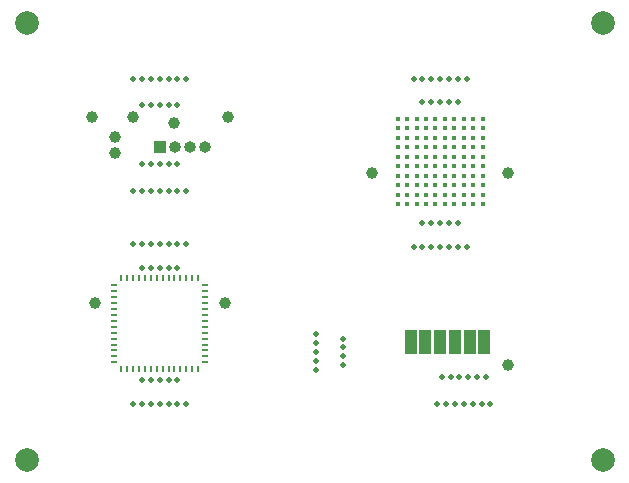
<source format=gbr>
G04 #@! TF.GenerationSoftware,KiCad,Pcbnew,(5.1.5)-3*
G04 #@! TF.CreationDate,2020-07-07T20:54:15-07:00*
G04 #@! TF.ProjectId,Miniscope-V4-Ephys-System,4d696e69-7363-46f7-9065-2d56342d4570,rev?*
G04 #@! TF.SameCoordinates,Original*
G04 #@! TF.FileFunction,Soldermask,Bot*
G04 #@! TF.FilePolarity,Negative*
%FSLAX46Y46*%
G04 Gerber Fmt 4.6, Leading zero omitted, Abs format (unit mm)*
G04 Created by KiCad (PCBNEW (5.1.5)-3) date 2020-07-07 20:54:15*
%MOMM*%
%LPD*%
G04 APERTURE LIST*
%ADD10O,1.000000X1.000000*%
%ADD11R,1.000000X1.000000*%
%ADD12C,1.000000*%
%ADD13C,0.500000*%
%ADD14C,2.000000*%
%ADD15R,1.000000X2.000000*%
%ADD16C,0.370000*%
%ADD17R,0.610000X0.260000*%
%ADD18R,0.260000X0.610000*%
G04 APERTURE END LIST*
D10*
X115060000Y-115500000D03*
X113790000Y-115500000D03*
X112520000Y-115500000D03*
D11*
X111250000Y-115500000D03*
D12*
X112500000Y-113500000D03*
X109000000Y-113000000D03*
D13*
X112750000Y-119250000D03*
X112000000Y-119250000D03*
X109000000Y-119250000D03*
X113500000Y-119250000D03*
X111250000Y-119250000D03*
X110500000Y-119250000D03*
X109750000Y-119250000D03*
X109750000Y-117000000D03*
X113500000Y-109750000D03*
X110500000Y-117000000D03*
X112000000Y-117000000D03*
X112750000Y-117000000D03*
X111250000Y-117000000D03*
X109750000Y-109750000D03*
X112750000Y-112000000D03*
X110500000Y-112000000D03*
X112750000Y-109750000D03*
X111250000Y-109750000D03*
X112000000Y-109750000D03*
X112000000Y-112000000D03*
X110500000Y-109750000D03*
X109750000Y-112000000D03*
X111250000Y-112000000D03*
X109000000Y-109750000D03*
D12*
X105500000Y-113000000D03*
X117000000Y-113000000D03*
X107500000Y-114717400D03*
X107500000Y-116000000D03*
D14*
X100000000Y-142000000D03*
X100000000Y-105000000D03*
X148750000Y-105000000D03*
X148750000Y-142000000D03*
D13*
X138875000Y-135000000D03*
X139250000Y-137250000D03*
X134750000Y-137250000D03*
X137375000Y-135000000D03*
X136250000Y-137250000D03*
X135125000Y-135000000D03*
X138125000Y-135000000D03*
X137750000Y-137250000D03*
X138500000Y-137250000D03*
X137000000Y-137250000D03*
X136625000Y-135000000D03*
X135875000Y-135000000D03*
X135500000Y-137250000D03*
X124500000Y-131375000D03*
X124500000Y-134375000D03*
X126750000Y-131750000D03*
X113500000Y-137250000D03*
X109000000Y-137250000D03*
X109000000Y-123750000D03*
X113500000Y-123750000D03*
X132750000Y-109750000D03*
X137250000Y-109750000D03*
X137250000Y-124000000D03*
X132750000Y-124000000D03*
X124500000Y-132875000D03*
X126750000Y-132500000D03*
X124500000Y-133625000D03*
X126750000Y-134000000D03*
X126750000Y-133250000D03*
X124500000Y-132125000D03*
X135750000Y-122000000D03*
X134250000Y-124000000D03*
X133500000Y-122000000D03*
X136500000Y-122000000D03*
X135750000Y-124000000D03*
X136500000Y-124000000D03*
X135000000Y-124000000D03*
X135000000Y-122000000D03*
X134250000Y-122000000D03*
X133500000Y-124000000D03*
X134250000Y-111750000D03*
X135750000Y-109750000D03*
X136500000Y-111750000D03*
X133500000Y-111750000D03*
X134250000Y-109750000D03*
X133500000Y-109750000D03*
X135000000Y-109750000D03*
X135000000Y-111750000D03*
X135750000Y-111750000D03*
X136500000Y-109750000D03*
X110500000Y-123750000D03*
X109750000Y-123750000D03*
X112000000Y-123750000D03*
X112750000Y-123750000D03*
X111250000Y-123750000D03*
X110500000Y-125750000D03*
X109750000Y-125750000D03*
X112000000Y-125750000D03*
X112750000Y-125750000D03*
X111250000Y-125750000D03*
X110500000Y-137250000D03*
X109750000Y-137250000D03*
X112000000Y-137250000D03*
X112750000Y-137250000D03*
X111250000Y-137250000D03*
X112750000Y-135250000D03*
X112000000Y-135250000D03*
X111250000Y-135250000D03*
X110500000Y-135250000D03*
X109750000Y-135250000D03*
D12*
X140750000Y-134000000D03*
X105750000Y-128750000D03*
X116750000Y-128750000D03*
X140750000Y-117750000D03*
X129250000Y-117750000D03*
D15*
X132500000Y-132015800D03*
X137500000Y-132015800D03*
X135000000Y-132015800D03*
X133750000Y-132015800D03*
X136250000Y-132015800D03*
X138750000Y-132015800D03*
D16*
X131400000Y-120350000D03*
X132200000Y-120350000D03*
X133000000Y-120350000D03*
X133800000Y-120350000D03*
X134600000Y-120350000D03*
X135400000Y-120350000D03*
X136200000Y-120350000D03*
X137000000Y-120350000D03*
X137800000Y-120350000D03*
X138600000Y-120350000D03*
X131400000Y-119550000D03*
X132200000Y-119550000D03*
X133000000Y-119550000D03*
X133800000Y-119550000D03*
X134600000Y-119550000D03*
X135400000Y-119550000D03*
X136200000Y-119550000D03*
X137000000Y-119550000D03*
X137800000Y-119550000D03*
X138600000Y-119550000D03*
X131400000Y-118750000D03*
X132200000Y-118750000D03*
X133000000Y-118750000D03*
X133800000Y-118750000D03*
X134600000Y-118750000D03*
X135400000Y-118750000D03*
X136200000Y-118750000D03*
X137000000Y-118750000D03*
X137800000Y-118750000D03*
X138600000Y-118750000D03*
X131400000Y-117950000D03*
X132200000Y-117950000D03*
X133000000Y-117950000D03*
X133800000Y-117950000D03*
X134600000Y-117950000D03*
X135400000Y-117950000D03*
X136200000Y-117950000D03*
X137000000Y-117950000D03*
X137800000Y-117950000D03*
X138600000Y-117950000D03*
X131400000Y-117150000D03*
X132200000Y-117150000D03*
X133000000Y-117150000D03*
X133800000Y-117150000D03*
X134600000Y-117150000D03*
X135400000Y-117150000D03*
X136200000Y-117150000D03*
X137000000Y-117150000D03*
X137800000Y-117150000D03*
X138600000Y-117150000D03*
X131400000Y-116350000D03*
X132200000Y-116350000D03*
X133000000Y-116350000D03*
X133800000Y-116350000D03*
X134600000Y-116350000D03*
X135400000Y-116350000D03*
X136200000Y-116350000D03*
X137000000Y-116350000D03*
X137800000Y-116350000D03*
X138600000Y-116350000D03*
X131400000Y-115550000D03*
X132200000Y-115550000D03*
X133000000Y-115550000D03*
X133800000Y-115550000D03*
X134600000Y-115550000D03*
X135400000Y-115550000D03*
X136200000Y-115550000D03*
X137000000Y-115550000D03*
X137800000Y-115550000D03*
X138600000Y-115550000D03*
X131400000Y-114750000D03*
X132200000Y-114750000D03*
X133000000Y-114750000D03*
X133800000Y-114750000D03*
X134600000Y-114750000D03*
X135400000Y-114750000D03*
X136200000Y-114750000D03*
X137000000Y-114750000D03*
X137800000Y-114750000D03*
X138600000Y-114750000D03*
X131400000Y-113950000D03*
X132200000Y-113950000D03*
X133000000Y-113950000D03*
X133800000Y-113950000D03*
X134600000Y-113950000D03*
X135400000Y-113950000D03*
X136200000Y-113950000D03*
X137000000Y-113950000D03*
X137800000Y-113950000D03*
X138600000Y-113950000D03*
X131400000Y-113150000D03*
X132200000Y-113150000D03*
X133000000Y-113150000D03*
X133800000Y-113150000D03*
X134600000Y-113150000D03*
X135400000Y-113150000D03*
X136200000Y-113150000D03*
X137000000Y-113150000D03*
X137800000Y-113150000D03*
X138600000Y-113150000D03*
D17*
X115100000Y-127250000D03*
X115100000Y-127750000D03*
X115100000Y-128250000D03*
X115100000Y-128750000D03*
X115100000Y-129250000D03*
X115100000Y-129750000D03*
X115100000Y-130250000D03*
X115100000Y-130750000D03*
X115100000Y-131250000D03*
X115100000Y-131750000D03*
X115100000Y-132250000D03*
X115100000Y-132750000D03*
X115100000Y-133250000D03*
X115100000Y-133750000D03*
D18*
X114500000Y-134350000D03*
X114000000Y-134350000D03*
X113500000Y-134350000D03*
X113000000Y-134350000D03*
X112500000Y-134350000D03*
X112000000Y-134350000D03*
X111500000Y-134350000D03*
X111000000Y-134350000D03*
X110500000Y-134350000D03*
X110000000Y-134350000D03*
X109500000Y-134350000D03*
X109000000Y-134350000D03*
X108500000Y-134350000D03*
X108000000Y-134350000D03*
D17*
X107400000Y-133750000D03*
X107400000Y-133250000D03*
X107400000Y-132750000D03*
X107400000Y-132250000D03*
X107400000Y-131750000D03*
X107400000Y-131250000D03*
X107400000Y-130750000D03*
X107400000Y-130250000D03*
X107400000Y-129750000D03*
X107400000Y-129250000D03*
X107400000Y-128750000D03*
X107400000Y-128250000D03*
X107400000Y-127750000D03*
X107400000Y-127250000D03*
D18*
X108000000Y-126650000D03*
X108500000Y-126650000D03*
X109000000Y-126650000D03*
X109500000Y-126650000D03*
X110000000Y-126650000D03*
X110500000Y-126650000D03*
X111000000Y-126650000D03*
X111500000Y-126650000D03*
X112000000Y-126650000D03*
X112500000Y-126650000D03*
X113000000Y-126650000D03*
X113500000Y-126650000D03*
X114000000Y-126650000D03*
X114500000Y-126650000D03*
M02*

</source>
